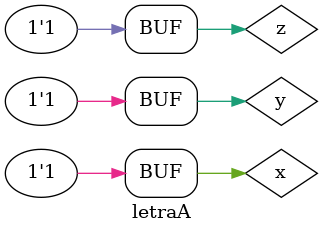
<source format=v>
/*
Pedro Correa Rigotto - Matricula 762281
guia0401a
*/

// letra a

module fxyza (output s, input x, y, z);
	assign s = x&~(~y|~z);
endmodule // fxyza

module letraA;
	reg x, y, z;
	wire s;
	fxyza moda (s, x, y, z);
	
	initial
		begin
			$display("a) s = x.(y'+z')'\n");
			$display("x y z s");
			$monitor("%b %b %b %b", x, y, z, s);
			   x = 0; y = 0; z = 0;
			#1 x = 0; y = 0; z = 1;
			#1 x = 0; y = 1; z = 0;
			#1 x = 0; y = 1; z = 1;
			#1 x = 1; y = 0; z = 0;
			#1 x = 1; y = 0; z = 1;
			#1 x = 1; y = 1; z = 0;
			#1 x = 1; y = 1; z = 1;
		end
		
endmodule // letraA



</source>
